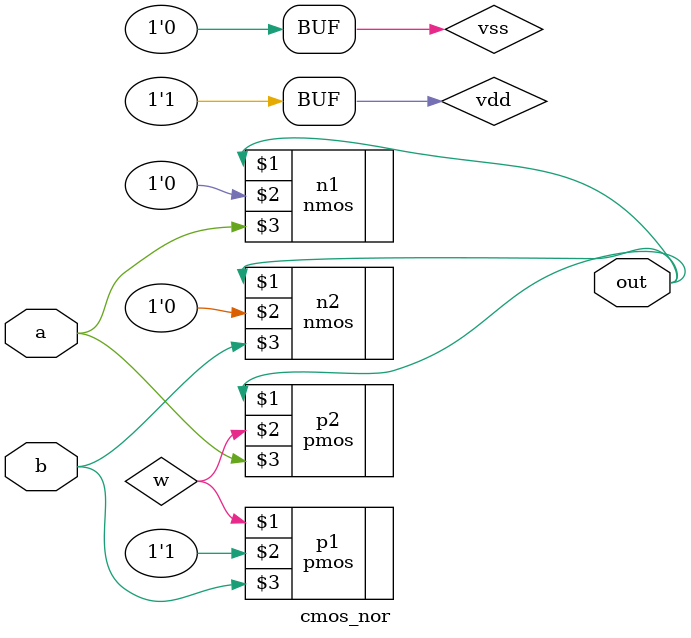
<source format=v>
module cmos_nor(input a, b, output out);
	supply1 vdd;
	supply0 vss;
	wire w;
	// NOR gate body
	pmos p1(w, vdd, b);
	pmos p2(out, w, a);
	nmos n1(out, vss, a);
	nmos n2(out, vss, b);
endmodule


</source>
